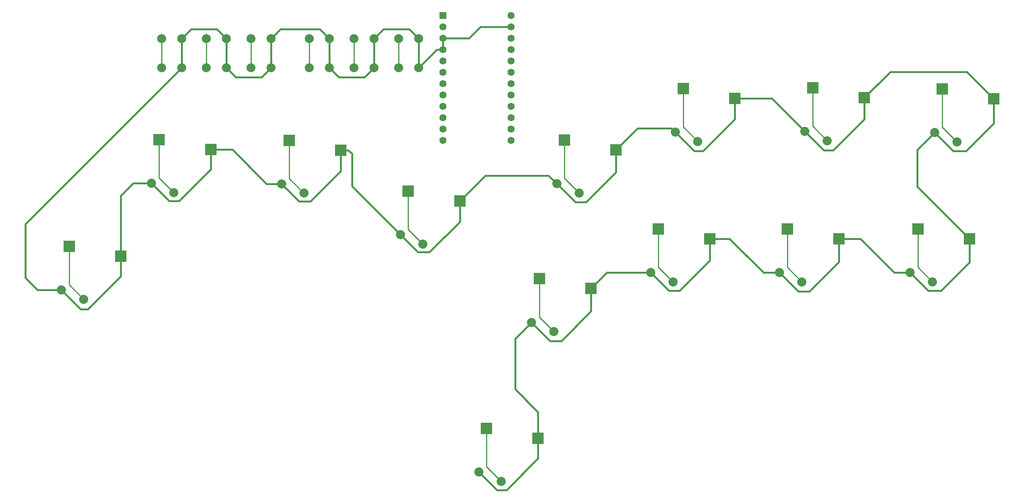
<source format=gbl>
%TF.GenerationSoftware,KiCad,Pcbnew,(6.0.7)*%
%TF.CreationDate,2022-08-15T09:31:34+10:00*%
%TF.ProjectId,Flatbox-rev1_1,466c6174-626f-4782-9d72-6576315f312e,rev?*%
%TF.SameCoordinates,Original*%
%TF.FileFunction,Copper,L2,Bot*%
%TF.FilePolarity,Positive*%
%FSLAX46Y46*%
G04 Gerber Fmt 4.6, Leading zero omitted, Abs format (unit mm)*
G04 Created by KiCad (PCBNEW (6.0.7)) date 2022-08-15 09:31:34*
%MOMM*%
%LPD*%
G01*
G04 APERTURE LIST*
%TA.AperFunction,SMDPad,CuDef*%
%ADD10R,2.600000X2.600000*%
%TD*%
%TA.AperFunction,ComponentPad*%
%ADD11C,2.032000*%
%TD*%
%TA.AperFunction,ComponentPad*%
%ADD12R,1.600000X1.600000*%
%TD*%
%TA.AperFunction,ComponentPad*%
%ADD13C,1.600000*%
%TD*%
%TA.AperFunction,ComponentPad*%
%ADD14C,2.000000*%
%TD*%
%TA.AperFunction,Conductor*%
%ADD15C,0.254000*%
%TD*%
%TA.AperFunction,Conductor*%
%ADD16C,0.381000*%
%TD*%
G04 APERTURE END LIST*
D10*
X34825000Y-82950000D03*
D11*
X33100000Y-92700000D03*
X38100000Y-94800000D03*
D10*
X46375000Y-85150000D03*
D12*
X118380000Y-31280000D03*
D13*
X118380000Y-33820000D03*
X118380000Y-36360000D03*
X118380000Y-38900000D03*
X118380000Y-41440000D03*
X118380000Y-43980000D03*
X118380000Y-46520000D03*
X118380000Y-49060000D03*
X118380000Y-51600000D03*
X118380000Y-54140000D03*
X118380000Y-56680000D03*
X118380000Y-59220000D03*
X133620000Y-59220000D03*
X133620000Y-56680000D03*
X133620000Y-54140000D03*
X133620000Y-51600000D03*
X133620000Y-49060000D03*
X133620000Y-46520000D03*
X133620000Y-43980000D03*
X133620000Y-41440000D03*
X133620000Y-38900000D03*
X133620000Y-36360000D03*
X133620000Y-33820000D03*
X133620000Y-31280000D03*
D14*
X113000000Y-43000000D03*
X108500000Y-43000000D03*
X113000000Y-36500000D03*
X108500000Y-36500000D03*
X103000000Y-43000000D03*
X98500000Y-43000000D03*
X103000000Y-36500000D03*
X98500000Y-36500000D03*
X93000000Y-43000000D03*
X88500000Y-43000000D03*
X93000000Y-36500000D03*
X88500000Y-36500000D03*
X80000000Y-43000000D03*
X75500000Y-43000000D03*
X80000000Y-36500000D03*
X75500000Y-36500000D03*
X70000000Y-43000000D03*
X65500000Y-43000000D03*
X70000000Y-36500000D03*
X65500000Y-36500000D03*
X60000000Y-43000000D03*
X55500000Y-43000000D03*
X60000000Y-36500000D03*
X55500000Y-36500000D03*
D10*
X236195000Y-81290000D03*
D11*
X227920000Y-90940000D03*
X222920000Y-88840000D03*
D10*
X224645000Y-79090000D03*
X195435000Y-79090000D03*
D11*
X193710000Y-88840000D03*
X198710000Y-90940000D03*
D10*
X206985000Y-81290000D03*
X178135000Y-81290000D03*
D11*
X169860000Y-90940000D03*
X164860000Y-88840000D03*
D10*
X166585000Y-79090000D03*
X151525000Y-92400000D03*
D11*
X143250000Y-102050000D03*
X138250000Y-99950000D03*
D10*
X139975000Y-90200000D03*
X230085000Y-47750000D03*
D11*
X228360000Y-57500000D03*
X233360000Y-59600000D03*
D10*
X241635000Y-49950000D03*
X212665000Y-49710000D03*
D11*
X204390000Y-59360000D03*
X199390000Y-57260000D03*
D10*
X201115000Y-47510000D03*
X183695000Y-49830000D03*
D11*
X175420000Y-59480000D03*
X170420000Y-57380000D03*
D10*
X172145000Y-47630000D03*
X157135000Y-61360000D03*
D11*
X148860000Y-71010000D03*
X143860000Y-68910000D03*
D10*
X145585000Y-59160000D03*
X139695000Y-125870000D03*
D11*
X131420000Y-135520000D03*
X126420000Y-133420000D03*
D10*
X128145000Y-123670000D03*
X122195000Y-72770000D03*
D11*
X113920000Y-82420000D03*
X108920000Y-80320000D03*
D10*
X110645000Y-70570000D03*
X95595000Y-61420000D03*
D11*
X87320000Y-71070000D03*
X82320000Y-68970000D03*
D10*
X84045000Y-59220000D03*
X66500000Y-61300000D03*
D11*
X58225000Y-70950000D03*
X53225000Y-68850000D03*
D10*
X54950000Y-59100000D03*
D15*
X38100000Y-94800000D02*
X34825000Y-91525000D01*
X34825000Y-91525000D02*
X34825000Y-82950000D01*
D16*
X25000000Y-90000000D02*
X25000000Y-78000000D01*
X25000000Y-78000000D02*
X60000000Y-43000000D01*
X27700000Y-92700000D02*
X25000000Y-90000000D01*
X33100000Y-92700000D02*
X27700000Y-92700000D01*
X37400000Y-97000000D02*
X33100000Y-92700000D01*
X39000000Y-97000000D02*
X37400000Y-97000000D01*
X46375000Y-89625000D02*
X39000000Y-97000000D01*
X46375000Y-85150000D02*
X46375000Y-89625000D01*
X46375000Y-71625000D02*
X46375000Y-85150000D01*
X49150000Y-68850000D02*
X46375000Y-71625000D01*
X53225000Y-68850000D02*
X49150000Y-68850000D01*
D15*
X172145000Y-56205000D02*
X175420000Y-59480000D01*
X145585000Y-67735000D02*
X148860000Y-71010000D01*
X172145000Y-47630000D02*
X172145000Y-56205000D01*
X139975000Y-98775000D02*
X143250000Y-102050000D01*
X139975000Y-90200000D02*
X139975000Y-98775000D01*
X195435000Y-87665000D02*
X198710000Y-90940000D01*
X195435000Y-79090000D02*
X195435000Y-87665000D01*
X166585000Y-79090000D02*
X166585000Y-87665000D01*
X166585000Y-87665000D02*
X169860000Y-90940000D01*
X145585000Y-59160000D02*
X145585000Y-67735000D01*
X65500000Y-43000000D02*
X65500000Y-36500000D01*
X98500000Y-43000000D02*
X98500000Y-36500000D01*
X224645000Y-87665000D02*
X227920000Y-90940000D01*
X55500000Y-43000000D02*
X55500000Y-36500000D01*
X75500000Y-43000000D02*
X75500000Y-36500000D01*
X108500000Y-43000000D02*
X108500000Y-36500000D01*
X224645000Y-79090000D02*
X224645000Y-87665000D01*
X88500000Y-43000000D02*
X88500000Y-36500000D01*
D16*
X86250000Y-72900000D02*
X88800000Y-72900000D01*
X168920000Y-92900000D02*
X171300000Y-92900000D01*
X232510000Y-61650000D02*
X235450000Y-61650000D01*
X148050000Y-73100000D02*
X150400000Y-73100000D01*
X143860000Y-68910000D02*
X148050000Y-73100000D01*
X132600000Y-137500000D02*
X139695000Y-130405000D01*
X115400000Y-84250000D02*
X122195000Y-77455000D01*
X126420000Y-133420000D02*
X130500000Y-137500000D01*
X157135000Y-66365000D02*
X157135000Y-61360000D01*
X200350000Y-93050000D02*
X206985000Y-86415000D01*
X82320000Y-68970000D02*
X86250000Y-72900000D01*
X112850000Y-84250000D02*
X115400000Y-84250000D01*
X206985000Y-86415000D02*
X206985000Y-81290000D01*
X57175000Y-72800000D02*
X59400000Y-72800000D01*
X151525000Y-97475000D02*
X151525000Y-92400000D01*
X197920000Y-93050000D02*
X200350000Y-93050000D01*
X122195000Y-77455000D02*
X122195000Y-72770000D01*
X108920000Y-80320000D02*
X112850000Y-84250000D01*
X144900000Y-104100000D02*
X151525000Y-97475000D01*
X150400000Y-73100000D02*
X157135000Y-66365000D01*
X193710000Y-88840000D02*
X197920000Y-93050000D01*
X53225000Y-68850000D02*
X57175000Y-72800000D01*
X164860000Y-88840000D02*
X168920000Y-92900000D01*
X229800000Y-92900000D02*
X236195000Y-86505000D01*
X95595000Y-66105000D02*
X95595000Y-61420000D01*
X226980000Y-92900000D02*
X229800000Y-92900000D01*
X138250000Y-99950000D02*
X142400000Y-104100000D01*
X139695000Y-130405000D02*
X139695000Y-125870000D01*
X222920000Y-88840000D02*
X226980000Y-92900000D01*
X241635000Y-55465000D02*
X241635000Y-49950000D01*
X142400000Y-104100000D02*
X144900000Y-104100000D01*
X235450000Y-61650000D02*
X241635000Y-55465000D01*
X228360000Y-57500000D02*
X232510000Y-61650000D01*
X171300000Y-92900000D02*
X178135000Y-86065000D01*
X88800000Y-72900000D02*
X95595000Y-66105000D01*
X178135000Y-86065000D02*
X178135000Y-81290000D01*
X236195000Y-86505000D02*
X236195000Y-81290000D01*
X130500000Y-137500000D02*
X132600000Y-137500000D01*
X59400000Y-72800000D02*
X66500000Y-65700000D01*
X98100000Y-69500000D02*
X108920000Y-80320000D01*
X118380000Y-36360000D02*
X124240000Y-36360000D01*
X126780000Y-33820000D02*
X133620000Y-33820000D01*
X124240000Y-36360000D02*
X126780000Y-33820000D01*
X155085000Y-88840000D02*
X151525000Y-92400000D01*
X191960000Y-49830000D02*
X196831401Y-54701401D01*
X118380000Y-36360000D02*
X118380000Y-38900000D01*
X142050000Y-67100000D02*
X143860000Y-68910000D01*
X224500000Y-69595000D02*
X236195000Y-81290000D01*
X117100000Y-38900000D02*
X113000000Y-43000000D01*
X118380000Y-38900000D02*
X117100000Y-38900000D01*
X235585000Y-43900000D02*
X241635000Y-49950000D01*
X218475000Y-43900000D02*
X235585000Y-43900000D01*
X212665000Y-49710000D02*
X218475000Y-43900000D01*
X190090000Y-88840000D02*
X182540000Y-81290000D01*
X174640000Y-61600000D02*
X176600000Y-61600000D01*
X71300000Y-61300000D02*
X78970000Y-68970000D01*
X224500000Y-61360000D02*
X224500000Y-69595000D01*
X134550000Y-114900000D02*
X139695000Y-120045000D01*
X82100000Y-34400000D02*
X80000000Y-36500000D01*
X90900000Y-34400000D02*
X82100000Y-34400000D01*
X161945000Y-56550000D02*
X169590000Y-56550000D01*
X66500000Y-61300000D02*
X71300000Y-61300000D01*
X222920000Y-88840000D02*
X219340000Y-88840000D01*
X78970000Y-68970000D02*
X82320000Y-68970000D01*
X170420000Y-57380000D02*
X174640000Y-61600000D01*
X203630000Y-61500000D02*
X205700000Y-61500000D01*
X157135000Y-61360000D02*
X161945000Y-56550000D01*
X193710000Y-88840000D02*
X190090000Y-88840000D01*
X212665000Y-54535000D02*
X212665000Y-49710000D01*
X127865000Y-67100000D02*
X142050000Y-67100000D01*
X211790000Y-81290000D02*
X206985000Y-81290000D01*
X164860000Y-88840000D02*
X155085000Y-88840000D01*
X134550000Y-103650000D02*
X134550000Y-114900000D01*
X95100000Y-45100000D02*
X93000000Y-43000000D01*
X138250000Y-99950000D02*
X134550000Y-103650000D01*
X196831401Y-54701401D02*
X199390000Y-57260000D01*
X182540000Y-81290000D02*
X178135000Y-81290000D01*
X97270000Y-61420000D02*
X98100000Y-62250000D01*
X100900000Y-45100000D02*
X95100000Y-45100000D01*
X77900000Y-45100000D02*
X72100000Y-45100000D01*
X80000000Y-43000000D02*
X77900000Y-45100000D01*
X199390000Y-57260000D02*
X203630000Y-61500000D01*
X228360000Y-57500000D02*
X224500000Y-61360000D01*
X219340000Y-88840000D02*
X211790000Y-81290000D01*
X183695000Y-49830000D02*
X191960000Y-49830000D01*
X98100000Y-62250000D02*
X98100000Y-69500000D01*
X95595000Y-61420000D02*
X97270000Y-61420000D01*
X183695000Y-54505000D02*
X183695000Y-49830000D01*
X205700000Y-61500000D02*
X212665000Y-54535000D01*
X169590000Y-56550000D02*
X170420000Y-57380000D01*
X139695000Y-120045000D02*
X139695000Y-125870000D01*
X176600000Y-61600000D02*
X183695000Y-54505000D01*
X72100000Y-45100000D02*
X70000000Y-43000000D01*
X122195000Y-72770000D02*
X127865000Y-67100000D01*
X103000000Y-43000000D02*
X100900000Y-45100000D01*
X93000000Y-36500000D02*
X90900000Y-34400000D01*
X105100000Y-34400000D02*
X103000000Y-36500000D01*
X113000000Y-36500000D02*
X110900000Y-34400000D01*
X110900000Y-34400000D02*
X105100000Y-34400000D01*
X62100000Y-34400000D02*
X60000000Y-36500000D01*
X70000000Y-36500000D02*
X67900000Y-34400000D01*
D15*
X54950000Y-67675000D02*
X58225000Y-70950000D01*
D16*
X67900000Y-34400000D02*
X62100000Y-34400000D01*
D15*
X54950000Y-59100000D02*
X54950000Y-67675000D01*
X110645000Y-79145000D02*
X113920000Y-82420000D01*
X110645000Y-70570000D02*
X110645000Y-79145000D01*
X128145000Y-132245000D02*
X131420000Y-135520000D01*
X84045000Y-59220000D02*
X84045000Y-67795000D01*
X230085000Y-56325000D02*
X233360000Y-59600000D01*
X230085000Y-47750000D02*
X230085000Y-56325000D01*
X201115000Y-47510000D02*
X201115000Y-56085000D01*
X84045000Y-67795000D02*
X87320000Y-71070000D01*
X201115000Y-56085000D02*
X204390000Y-59360000D01*
X128145000Y-123670000D02*
X128145000Y-132245000D01*
D16*
X93000000Y-36500000D02*
X93000000Y-43000000D01*
X66500000Y-65700000D02*
X66500000Y-61300000D01*
X113000000Y-36500000D02*
X113000000Y-43000000D01*
X103000000Y-36500000D02*
X103000000Y-43000000D01*
X80000000Y-36500000D02*
X80000000Y-43000000D01*
X70000000Y-36500000D02*
X70000000Y-43000000D01*
X60000000Y-36500000D02*
X60000000Y-43000000D01*
M02*

</source>
